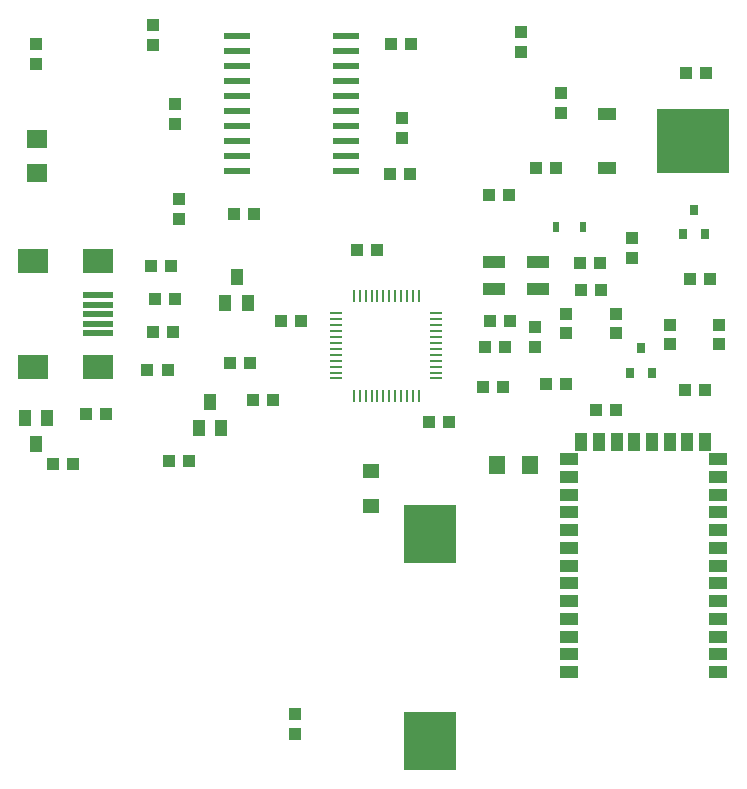
<source format=gbr>
G04 EAGLE Gerber RS-274X export*
G75*
%MOMM*%
%FSLAX34Y34*%
%LPD*%
%INSolderpaste Top*%
%IPPOS*%
%AMOC8*
5,1,8,0,0,1.08239X$1,22.5*%
G01*
%ADD10R,1.000000X1.000000*%
%ADD11R,1.100000X1.000000*%
%ADD12R,1.000000X1.100000*%
%ADD13R,1.400000X1.600000*%
%ADD14R,1.803000X1.600000*%
%ADD15R,1.400000X1.200000*%
%ADD16R,0.630000X0.830000*%
%ADD17R,6.200000X5.400000*%
%ADD18R,1.600000X1.000000*%
%ADD19R,0.800000X0.900000*%
%ADD20R,2.200000X0.600000*%
%ADD21R,1.900000X1.100000*%
%ADD22R,1.000000X1.400000*%
%ADD23R,4.500000X5.000000*%
%ADD24R,1.500000X1.000000*%
%ADD25R,1.000000X1.500000*%
%ADD26R,0.254000X1.000000*%
%ADD27R,1.000000X0.254000*%
%ADD28R,2.500000X0.500000*%
%ADD29R,2.500000X2.000000*%


D10*
X607700Y385600D03*
X607700Y369600D03*
X565700Y385600D03*
X565700Y369600D03*
D11*
X579777Y599074D03*
X596777Y599074D03*
D12*
X439777Y633074D03*
X439777Y616074D03*
X147177Y572574D03*
X147177Y555574D03*
D13*
X419077Y267074D03*
X447077Y267074D03*
D12*
X339077Y560574D03*
X339077Y543574D03*
X127977Y639574D03*
X127977Y622574D03*
D11*
X346777Y623574D03*
X329777Y623574D03*
X469677Y518574D03*
X452677Y518574D03*
D12*
X473426Y564577D03*
X473426Y581577D03*
X29426Y606477D03*
X29426Y623477D03*
X150426Y492377D03*
X150426Y475377D03*
D14*
X30126Y542797D03*
X30126Y514357D03*
D15*
X312477Y261774D03*
X312477Y231774D03*
D16*
X469377Y468074D03*
X492377Y468074D03*
D17*
X585238Y541293D03*
D18*
X512238Y564093D03*
X512238Y518493D03*
D19*
X541277Y366074D03*
X550777Y345074D03*
X531777Y345074D03*
X586077Y483074D03*
X595577Y462074D03*
X576577Y462074D03*
D20*
X199164Y617431D03*
X291164Y541231D03*
X199164Y630131D03*
X199164Y604731D03*
X199164Y592031D03*
X291164Y553931D03*
X291164Y528531D03*
X291164Y515831D03*
X199164Y566631D03*
X199164Y528531D03*
X199164Y579331D03*
X199164Y553931D03*
X199164Y515831D03*
X199164Y541231D03*
X291164Y566631D03*
X291164Y579331D03*
X291164Y592031D03*
X291164Y604731D03*
X291164Y617431D03*
X291164Y630131D03*
D12*
X533777Y459074D03*
X533777Y442074D03*
D21*
X416900Y415500D03*
X453900Y438500D03*
X416900Y438500D03*
X453900Y415500D03*
D22*
X198900Y426300D03*
X208400Y404300D03*
X189400Y404300D03*
X176277Y319774D03*
X185777Y297774D03*
X166777Y297774D03*
D11*
X412926Y495677D03*
X429926Y495677D03*
X329077Y513574D03*
X346077Y513574D03*
X229977Y321574D03*
X212977Y321574D03*
D12*
X248377Y39074D03*
X248377Y56074D03*
D10*
X520200Y394600D03*
X520200Y378600D03*
X478200Y394600D03*
X478200Y378600D03*
D23*
X362556Y208403D03*
X362556Y33403D03*
D24*
X606700Y91596D03*
X606700Y106596D03*
X606700Y121596D03*
X606700Y136596D03*
X606700Y151596D03*
X606700Y166596D03*
X606700Y181596D03*
X606700Y196596D03*
X606700Y211596D03*
X606700Y226596D03*
X606700Y241596D03*
X606700Y256596D03*
X606700Y271596D03*
D25*
X595700Y286596D03*
X580700Y286596D03*
X565700Y286596D03*
X550700Y286596D03*
X535700Y286596D03*
X520700Y286596D03*
X505700Y286596D03*
X490700Y286596D03*
D24*
X480700Y91596D03*
X480700Y106596D03*
X480700Y121596D03*
X480700Y136596D03*
X480700Y151596D03*
X480700Y166596D03*
X480700Y181596D03*
X480700Y196596D03*
X480700Y211596D03*
X480700Y226596D03*
X480700Y241596D03*
X480700Y256596D03*
X480700Y271596D03*
D26*
X353200Y410100D03*
X348200Y410100D03*
X343200Y410100D03*
X338200Y410100D03*
X333200Y410100D03*
X328200Y410100D03*
X323200Y410100D03*
X318200Y410100D03*
X313200Y410100D03*
X308200Y410100D03*
X303200Y410100D03*
X298200Y410100D03*
D27*
X283200Y395100D03*
X283200Y390100D03*
X283200Y385100D03*
X283200Y380100D03*
X283200Y375100D03*
X283200Y370100D03*
X283200Y365100D03*
X283200Y360100D03*
X283200Y355100D03*
X283200Y350100D03*
X283200Y345100D03*
X283200Y340100D03*
D26*
X298200Y325100D03*
X303200Y325100D03*
X308200Y325100D03*
X313200Y325100D03*
X318200Y325100D03*
X323200Y325100D03*
X328200Y325100D03*
X333200Y325100D03*
X338200Y325100D03*
X343200Y325100D03*
X348200Y325100D03*
X353200Y325100D03*
D27*
X368200Y340100D03*
X368200Y345100D03*
X368200Y350100D03*
X368200Y355100D03*
X368200Y360100D03*
X368200Y365100D03*
X368200Y370100D03*
X368200Y375100D03*
X368200Y380100D03*
X368200Y385100D03*
X368200Y390100D03*
X368200Y395100D03*
D28*
X81200Y394600D03*
X81200Y402600D03*
X81200Y378600D03*
X81200Y386600D03*
D29*
X26200Y349600D03*
X26200Y439600D03*
X81200Y349600D03*
X81200Y439600D03*
D28*
X81200Y410600D03*
D22*
X29000Y285000D03*
X19500Y307000D03*
X38500Y307000D03*
D11*
X490500Y415000D03*
X507500Y415000D03*
X489500Y438000D03*
X506500Y438000D03*
X123500Y347000D03*
X140500Y347000D03*
X143500Y435000D03*
X126500Y435000D03*
X503500Y313000D03*
X520500Y313000D03*
X599500Y424000D03*
X582500Y424000D03*
X413500Y389000D03*
X430500Y389000D03*
X361500Y303000D03*
X378500Y303000D03*
X409500Y367000D03*
X426500Y367000D03*
X300500Y449000D03*
X317500Y449000D03*
X236500Y389000D03*
X253500Y389000D03*
X595500Y330000D03*
X578500Y330000D03*
X424500Y333000D03*
X407500Y333000D03*
X145500Y379000D03*
X128500Y379000D03*
X146500Y407000D03*
X129500Y407000D03*
X196500Y479000D03*
X213500Y479000D03*
X193500Y353000D03*
X210500Y353000D03*
X43500Y268000D03*
X60500Y268000D03*
X141500Y270000D03*
X158500Y270000D03*
X88500Y310000D03*
X71500Y310000D03*
X477500Y335000D03*
X460500Y335000D03*
D12*
X452000Y366500D03*
X452000Y383500D03*
M02*

</source>
